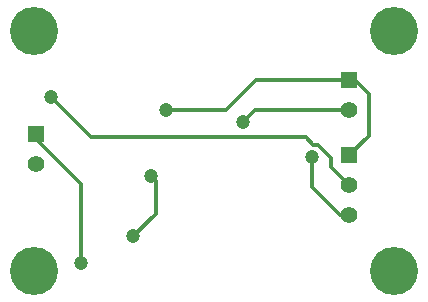
<source format=gbl>
G04 ( created by brdgerber.py ( brdgerber.py v0.1 2014-03-12 ) ) date 2021-11-30 02:51:55 EST*
G04 Gerber Fmt 3.4, Leading zero omitted, Abs format*
%MOIN*%
%FSLAX34Y34*%
G01*
G70*
G90*
G04 APERTURE LIST*
%ADD14C,0.0080*%
%ADD30C,0.0200*%
%ADD28R,0.0472X0.0216*%
%ADD17C,0.0047*%
%ADD18C,0.0039*%
%ADD11C,0.0050*%
%ADD27C,0.0472*%
%ADD12C,0.0060*%
%ADD29R,0.0657X0.0614*%
%ADD24C,0.0100*%
%ADD23C,0.1600*%
%ADD19C,0.0031*%
%ADD21C,0.0550*%
%ADD16R,0.0394X0.0315*%
%ADD15R,0.0629X0.0709*%
%ADD26R,0.0600X0.0800*%
%ADD10R,0.0709X0.0629*%
%ADD13R,0.0866X0.0236*%
%ADD22C,0.0120*%
%ADD25C,0.0150*%
%ADD20R,0.0550X0.0550*%
G04 APERTURE END LIST*
G54D14*
D20*
X-03500Y03350D03*
D21*
X-03500Y02350D03*
D20*
X-03500Y00850D03*
D21*
X-03500Y-00150D03*
D21*
X-03500Y-01150D03*
D23*
X-02000Y-03000D03*
D23*
X-02000Y05000D03*
D23*
X-14000Y05000D03*
D23*
X-14000Y-03000D03*
D27*
X-09600Y02350D03*
D20*
X-13950Y01550D03*
D21*
X-13950Y00550D03*
D22*
G01X-13950Y01550D02*
G01X-13950Y01400D01*
D22*
G01X-13950Y01400D02*
G01X-12450Y-00100D01*
D22*
G01X-12450Y-00100D02*
G01X-12450Y-02750D01*
D27*
X-12450Y-02750D03*
D22*
G01X-03500Y-01150D02*
G01X-03800Y-01150D01*
D22*
G01X-03800Y-01150D02*
G01X-04750Y-00200D01*
D22*
G01X-04750Y-00200D02*
G01X-04750Y00800D01*
D27*
X-04750Y00800D03*
D27*
X-07050Y01950D03*
D22*
G01X-07050Y01950D02*
G01X-06650Y02350D01*
D22*
G01X-06650Y02350D02*
G01X-03500Y02350D01*
D22*
G01X-09600Y02350D02*
G01X-07600Y02350D01*
D22*
G01X-07600Y02350D02*
G01X-06600Y03350D01*
D22*
G01X-06600Y03350D02*
G01X-03500Y03350D01*
D27*
X-13450Y02800D03*
D22*
G01X-13450Y02800D02*
G01X-12100Y01450D01*
D22*
G01X-12100Y01450D02*
G01X-04950Y01450D01*
D22*
G01X-04950Y01450D02*
G01X-04700Y01200D01*
D22*
G01X-04700Y01200D02*
G01X-04550Y01200D01*
D22*
G01X-04550Y01200D02*
G01X-04100Y00750D01*
D22*
G01X-04100Y00750D02*
G01X-04100Y00450D01*
D22*
G01X-04100Y00450D02*
G01X-03500Y-00150D01*
D22*
G01X-03500Y03350D02*
G01X-03300Y03350D01*
D22*
G01X-03300Y03350D02*
G01X-02850Y02900D01*
D22*
G01X-02850Y02900D02*
G01X-02850Y01500D01*
D22*
G01X-02850Y01500D02*
G01X-03500Y00850D01*
D27*
X-10700Y-01850D03*
D22*
G01X-10700Y-01850D02*
G01X-09950Y-01100D01*
D22*
G01X-09950Y-01100D02*
G01X-09950Y00000D01*
D22*
G01X-09950Y00000D02*
G01X-10100Y00150D01*
D27*
X-10100Y00150D03*
M02*

</source>
